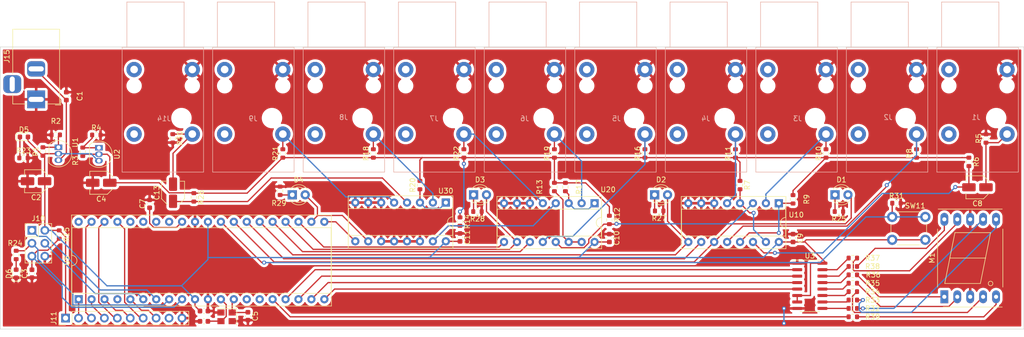
<source format=kicad_pcb>
(kicad_pcb (version 20211014) (generator pcbnew)
  (layers (0 "F.Cu" signal) (31 "B.Cu" signal) (34 "B.Paste" user) (35 "F.Paste" user) (36 "B.SilkS" user "B.Silkscreen") (37 "F.SilkS" user "F.Silkscreen") (38 "B.Mask" user) (39 "F.Mask" user) (44 "Edge.Cuts" user))
  (net 0 "")
  (net 1 "Net-(C1-Pad1)")
  (net 2 "GND")
  (net 3 "VCC")
  (net 4 "/Vr")
  (net 5 "Net-(C5-Pad1)")
  (net 6 "Net-(C6-Pad1)")
  (net 7 "Net-(C8-Pad1)")
  (net 8 "Net-(C8-Pad2)")
  (net 9 "Net-(C13-Pad1)")
  (net 10 "Net-(C13-Pad2)")
  (net 11 "/S11")
  (net 12 "/S13")
  (net 13 "/S22")
  (net 14 "/S33")
  (net 15 "Net-(R1-Pad2)")
  (net 16 "Net-(R3-Pad2)")
  (net 17 "Net-(R7-Pad2)")
  (net 18 "Net-(J2-PadT)")
  (net 19 "Net-(R9-Pad1)")
  (net 20 "Net-(J3-PadT)")
  (net 21 "Net-(J4-PadT)")
  (net 22 "Net-(R12-Pad2)")
  (net 23 "Net-(R13-Pad2)")
  (net 24 "Net-(J5-PadT)")
  (net 25 "Net-(R17-Pad1)")
  (net 26 "Net-(J8-PadT)")
  (net 27 "Net-(J6-PadT)")
  (net 28 "Net-(J9-PadT)")
  (net 29 "Net-(J7-PadT)")
  (net 30 "/RST")
  (net 31 "Net-(C7-Pad1)")
  (net 32 "Net-(D5-Pad1)")
  (net 33 "Net-(D6-Pad2)")
  (net 34 "/S32")
  (net 35 "/LA")
  (net 36 "/LB")
  (net 37 "Net-(M1-Pad7)")
  (net 38 "Net-(M1-Pad6)")
  (net 39 "Net-(M1-Pad4)")
  (net 40 "Net-(M1-Pad2)")
  (net 41 "Net-(M1-Pad1)")
  (net 42 "Net-(M1-Pad9)")
  (net 43 "Net-(M1-Pad10)")
  (net 44 "Net-(M1-Pad5)")
  (net 45 "/LC")
  (net 46 "/MISO")
  (net 47 "/SCK")
  (net 48 "/S23")
  (net 49 "/S21")
  (net 50 "/S12")
  (net 51 "/MOSI")
  (net 52 "Net-(R32-Pad1)")
  (net 53 "Net-(R33-Pad1)")
  (net 54 "Net-(R34-Pad1)")
  (net 55 "Net-(R35-Pad1)")
  (net 56 "Net-(R36-Pad1)")
  (net 57 "Net-(R37-Pad1)")
  (net 58 "Net-(R38-Pad1)")
  (net 59 "/DDP")
  (net 60 "/DC")
  (net 61 "/DB")
  (net 62 "/DD")
  (net 63 "/DA")
  (net 64 "/FSw1")
  (net 65 "/FSw2")
  (net 66 "/FSw3")
  (net 67 "/FSw4")
  (net 68 "Net-(D1-Pad1)")
  (net 69 "Net-(D2-Pad1)")
  (net 70 "Net-(D3-Pad1)")
  (net 71 "Net-(D4-Pad1)")
  (net 78 "/SWEdit")
  (net 80 "Net-(R14-Pad2)")
  (net 81 "Net-(R20-Pad1)")
  (footprint "Resistor_SMD:R_0603_1608Metric" (layer "F.Cu") (at 113.284 61.277 -90)
    (fp_text reference "R14")
    (fp_text value "1M")
  )
  (footprint "Resistor_SMD:R_0603_1608Metric" (layer "F.Cu") (at 216.5858 44.9326 90)
    (fp_text reference "R5")
    (fp_text value "1M")
  )
  (footprint "Resistor_SMD:R_0603_1608Metric" (layer "F.Cu") (at 190.437 76.708)
    (fp_text reference "R33")
    (fp_text value "470")
  )
  (footprint "Capacitor_SMD:C_Elec_4x5.4" (layer "F.Cu") (at 30.0228 53.34 180)
    (fp_text reference "C2")
    (fp_text value "1uF")
  )
  (footprint "Button_Switch_THT:SW_PUSH_6mm" (layer "F.Cu") (at 198.172 60.361)
    (fp_text reference "SW11")
    (fp_text value "Edit")
  )
  (footprint "Resistor_SMD:R_0603_1608Metric" (layer "F.Cu") (at 31.369 47.498 90)
    (fp_text reference "R1")
    (fp_text value "330")
  )
  (footprint "Resistor_SMD:R_0603_1608Metric" (layer "F.Cu") (at 133.985 54.483 90)
    (fp_text reference "R17")
    (fp_text value "1M")
  )
  (footprint "Package_DIP:DIP-16_W7.62mm_Socket" (layer "F.Cu") (at 175.905 57.668 -90)
    (fp_text reference "U10")
    (fp_text value "CD4053B")
  )
  (footprint "Resistor_SMD:R_0603_1608Metric" (layer "F.Cu") (at 27.559 48.768)
    (fp_text reference "R23")
    (fp_text value "470")
  )
  (footprint "Resistor_SMD:R_0603_1608Metric" (layer "F.Cu") (at 190.437 80.01)
    (fp_text reference "R39")
    (fp_text value "470")
  )
  (footprint "Package_DIP:DIP-16_W7.62mm_Socket" (layer "F.Cu") (at 110.5 57.541 -90)
    (fp_text reference "U30")
    (fp_text value "CD4053B")
  )
  (footprint "Capacitor_SMD:C_0603_1608Metric" (layer "F.Cu") (at 62.992 80.899 180)
    (fp_text reference "C6" hide)
    (fp_text value "12pF")
  )
  (footprint "Resistor_SMD:R_0603_1608Metric" (layer "F.Cu") (at 190.437 75.057)
    (fp_text reference "R34")
    (fp_text value "470")
  )
  (footprint "Resistor_SMD:R_0603_1608Metric" (layer "F.Cu") (at 213.233 49.53 -90)
    (fp_text reference "R6")
    (fp_text value "1M")
  )
  (footprint "Resistor_SMD:R_0603_1608Metric" (layer "F.Cu") (at 190.437 68.453)
    (fp_text reference "R37")
    (fp_text value "470")
  )
  (footprint "Capacitor_SMD:C_0603_1608Metric" (layer "F.Cu") (at 142.621 64.516 -90)
    (fp_text reference "C10")
    (fp_text value "100nF")
  )
  (footprint "LED_THT:LED_D3.0mm" (layer "F.Cu") (at 80.3402 56.007)
    (fp_text reference "D4")
    (fp_text value "Fx4")
  )
  (footprint "Resistor_SMD:R_0603_1608Metric" (layer "F.Cu") (at 190.437 71.755)
    (fp_text reference "R36")
    (fp_text value "470")
  )
  (footprint "Resistor_SMD:R_0603_1608Metric" (layer "F.Cu") (at 96.266 47.879 90)
    (fp_text reference "R18")
    (fp_text value "1M")
  )
  (footprint "Resistor_SMD:R_0603_1608Metric" (layer "F.Cu") (at 39.1922 47.5488 90)
    (fp_text reference "R3")
    (fp_text value "470")
  )
  (footprint "Capacitor_SMD:C_0603_1608Metric" (layer "F.Cu") (at 71.628 79.883 -90)
    (fp_text reference "C5")
    (fp_text value "12pF")
  )
  (footprint "Capacitor_SMD:C_0603_1608Metric" (layer "F.Cu") (at 113.284 64.389 -90)
    (fp_text reference "C11")
    (fp_text value "100nF")
  )
  (footprint "Capacitor_SMD:C_0603_1608Metric" (layer "F.Cu") (at 52.324 57.785 90)
    (fp_text reference "C7")
    (fp_text value "100nF")
  )
  (footprint "LED_THT:LED_D3.0mm" (layer "F.Cu") (at 186.939 56.007)
    (fp_text reference "D1")
    (fp_text value "Fx1")
  )
  (footprint "Resistor_SMD:R_0603_1608Metric" (layer "F.Cu") (at 199.009 57.658)
    (fp_text reference "R31")
    (fp_text value "10k")
  )
  (footprint "Connector_BarrelJack:BarrelJack_Horizontal" (layer "F.Cu") (at 30.0405 37.242 -90)
    (fp_text reference "J15")
    (fp_text value "Jack-DC")
  )
  (footprint "Package_DIP:DIP-40_W15.24mm_Socket" (layer "F.Cu") (at 38.3794 76.5556 90)
    (fp_text reference "U5")
    (fp_text value "ATmega8535-16P")
  )
  (footprint "Resistor_SMD:R_0603_1608Metric" (layer "F.Cu") (at 61.0108 56.515 -90)
    (fp_text reference "R26")
    (fp_text value "1M")
  )
  (footprint "Resistor_SMD:R_0603_1608Metric" (layer "F.Cu") (at 149.606 47.879 90)
    (fp_text reference "R16")
    (fp_text value "1M")
  )
  (footprint "Resistor_SMD:R_0603_1608Metric" (layer "F.Cu") (at 190.437 70.104)
    (fp_text reference "R38")
    (fp_text value "470")
  )
  (footprint "Resistor_SMD:R_0603_1608Metric" (layer "F.Cu") (at 34.5694 63.8302 -90)
    (fp_text reference "R15")
    (fp_text value "10k")
  )
  (footprint "Display_7Segment:7SegmentLED_LTS6760_LTS6780" (layer "F.Cu") (at 208.407 76.073 90)
    (fp_text reference "M1")
    (fp_text value "7-SEGMENT-1DIGIT-1INCH-BLUE")
  )
  (footprint "Resistor_SMD:R_0603_1608Metric" (layer "F.Cu") (at 77.9526 55.2196 -90)
    (fp_text reference "R29")
    (fp_text value "470")
  )
  (footprint "Resistor_SMD:R_0603_1608Metric" (layer "F.Cu") (at 78.486 47.879 90)
    (fp_text reference "R21")
    (fp_text value "1M")
  )
  (footprint "Resistor_SMD:R_0603_1608Metric" (layer "F.Cu") (at 187.706 59.309 180)
    (fp_text reference "R25")
    (fp_text value "470")
  )
  (footprint "Crystal:Crystal_SMD_3225-4Pin_3.2x2.5mm" (layer "F.Cu") (at 67.437 80.01 180)
    (fp_text reference "Y1" hide)
    (fp_text value "16MHz")
  )
  (footprint "LED_SMD:LED_0603_1608Metric" (layer "F.Cu") (at 27.6352 44.6278)
    (fp_text reference "D5")
    (fp_text value "LED")
  )
  (footprint "LED_THT:LED_D3.0mm" (layer "F.Cu") (at 151.506 56.007)
    (fp_text reference "D2")
    (fp_text value "Fx2")
  )
  (footprint "Connector_PinHeader_2.54mm:PinHeader_1x10_P2.54mm_Vertical" (layer "F.Cu") (at 35.819 80.264 90)
    (fp_text reference "J11")
    (fp_text value "Conn_Ctrl")
  )
  (footprint "Resistor_SMD:R_0603_1608Metric" (layer "F.Cu") (at 105.41 54.102 90)
    (fp_text reference "R20")
    (fp_text value "1M")
  )
  (footprint "Resistor_SMD:R_0603_1608Metric" (layer "F.Cu") (at 142.621 60.96 -90)
    (fp_text reference "R12")
    (fp_text value "1M")
  )
  (footprint "Capacitor_SMD:C_Elec_4x5.4" (layer "F.Cu") (at 56.9214 55.6006 90)
    (fp_text reference "C13")
    (fp_text value "2.2uF")
  )
  (footprint "Capacitor_SMD:C_Elec_4x5.4" (layer "F.Cu") (at 42.8244 53.6448 180)
    (fp_text reference "C4")
    (fp_text value "1uF")
  )
  (footprint "Resistor_SMD:R_0603_1608Metric" (layer "F.Cu") (at 131.826 54.483 -90)
    (fp_text reference "R13")
    (fp_text value "1M")
  )
  (footprint "Resistor_SMD:R_0603_1608Metric" (layer "F.Cu") (at 168.275 54.102 -90)
    (fp_text reference "R7")
    (fp_text value "1M")
  )
  (footprint "Capacitor_SMD:C_0603_1608Metric" (layer "F.Cu") (at 62.992 78.867)
    (fp_text reference "C12" hide)
    (fp_text value "100nF")
  )
  (footprint "Resistor_SMD:R_0603_1608Metric" (layer "F.Cu") (at 114.046 47.879 90)
    (fp_text reference "R22")
    (fp_text value "1M")
  )
  (footprint "Resistor_SMD:R_0603_1608Metric" (layer "F.Cu") (at 167.386 47.879 90)
    (fp_text reference "R11")
    (fp_text value "1M")
  )
  (footprint "Resistor_SMD:R_0603_1608Metric" (layer "F.Cu") (at 202.946 47.879 90)
    (fp_text reference "R8")
    (fp_text value "1M")
  )
  (footprint "LED_THT:LED_D3.0mm" (layer "F.Cu") (at 115.946 56.007)
    (fp_text reference "D3")
    (fp_text value "Fx3")
  )
  (footprint "LED_SMD:LED_0603_1608Metric" (layer "F.Cu") (at 26.1112 71.5264 90)
    (fp_text reference "D6")
    (fp_text value "LED")
  )
  (footprint "Connector_PinHeader_2.54mm:PinHeader_2x03_P2.54mm_Vertical" (layer "F.Cu") (at 29.205 63.007)
    (fp_text reference "J10")
    (fp_text value "AVR-ISP-6")
  )
  (footprint "Resistor_SMD:R_0603_1608Metric" (layer "F.Cu") (at 33.8836 44.2214 180)
    (fp_text reference "R2")
    (fp_text value "1k")
  )
  (footprint "Capacitor_SMD:C_0603_1608Metric" (layer "F.Cu") (at 29.21 71.5264 90)
    (fp_text reference "C3")
    (fp_text value "10nF")
  )
  (footprint "Resistor_SMD:R_0603_1608Metric" (layer "F.Cu") (at 152.4 59.182 180)
    (fp_text reference "R27")
    (fp_text value "470")
  )
  (footprint "Resistor_SMD:R_0603_1608Metric" (layer "F.Cu") (at 116.713 59.309 180)
    (fp_text reference "R28")
    (fp_text value "470")
  )
  (footprint "Package_DIP:DIP-16_W7.62mm_Socket" (layer "F.Cu") (at 139.71 57.668 -90)
    (fp_text reference "U20")
    (fp_text value "CD4053B")
  )
  (footprint "Resistor_SMD:R_0603_1608Metric" (layer "F.Cu") (at 26.1112 67.8434 -90)
    (fp_text reference "R24")
    (fp_text value "470")
  )
  (footprint "Package_SO:SOIC-16_3.9x9.9mm_P1.27mm" (layer "F.Cu") (at 181.991 73.914)
    (fp_text reference "U3")
    (fp_text value "4543")
  )
  (footprint "Resistor_SMD:R_0603_1608Metric" (layer "F.Cu") (at 56.8706 44.9072 -90)
    (fp_text reference "R30")
    (fp_text value "1M")
  )
  (footprint "Capacitor_SMD:C_0603_1608Metric" (layer "F.Cu") (at 178.689 64.516 -90)
    (fp_text reference "C9")
    (fp_text value "100nF")
  )
  (footprint "Capacitor_SMD:C_0603_1608Metric" (layer "F.Cu") (at 35.9664 36.6014 90)
    (fp_text reference "C1")
    (fp_text value "100nF")
  )
  (footprint "Resistor_SMD:R_0603_1608Metric" (layer "F.Cu") (at 41.8592 44.2468)
    (fp_text reference "R4")
    (fp_text value "470")
  )
  (footprint "Package_TO_SOT_THT:TO-92_Inline" (layer "F.Cu") (at 34.4126 46.6598 -90)
    (fp_text reference "U1")
    (fp_text value "LM317L_TO92")
  )
  (footprint "Resistor_SMD:R_0603_1608Metric" (layer "F.Cu") (at 178.689 56.896 90)
    (fp_text reference "R9")
    (fp_text value "1M")
  )
  (footprint "Resistor_SMD:R_0603_1608Metric" (layer "F.Cu") (at 185.166 47.879 90)
    (fp_text reference "R10")
    (fp_text value "1M")
  )
  (footprint "Resistor_SMD:R_0603_1608Metric" (layer "F.Cu") (at 131.826 47.879 90)
    (fp_text reference "R19")
    (fp_text value "1M")
  )
  (footprint "Capacitor_SMD:C_Elec_4x5.4" (layer "F.Cu") (at 214.9094 54.5338 180)
    (fp_text reference "C8")
    (fp_text value "2.2uF")
  )
  (footprint "Resistor_SMD:R_0603_1608Metric" (layer "F.Cu") (at 190.437 78.359)
    (fp_text reference "R32")
    (fp_text value "470")
  )
  (footprint "Resistor_SMD:R_0603_1608Metric" (layer "F.Cu") (at 190.437 73.406)
    (fp_text reference "R35")
    (fp_text value "470")
  )
  (footprint "Package_TO_SOT_THT:TO-92_Inline" (layer "F.Cu") (at 42.3628 46.7614 -90)
    (fp_text reference "U2")
    (fp_text value "LM317L_TO92")
  )
  (footprint "BDMLibrary:Jack_6.35mm_Neutrik_NRJ4HF_Horizontal" (layer "B.Cu") (at 220.726 44.069 90)
    (fp_text reference "J1")
    (fp_text value "In")
  )
  (footprint "BDMLibrary:Jack_6.35mm_Neutrik_NRJ4HF_Horizontal" (layer "B.Cu") (at 78.486 44.069 90)
    (fp_text reference "J9")
    (fp_text value "Return4")
  )
  (footprint "BDMLibrary:Jack_6.35mm_Neutrik_NRJ4HF_Horizontal" (layer "B.Cu") (at 185.166 44.069 90)
    (fp_text reference "J3")
    (fp_text value "Return1")
  )
  (footprint "BDMLibrary:Jack_6.35mm_Neutrik_NRJ4HF_Horizontal" (layer "B.Cu") (at 131.826 44.069 90)
    (fp_text reference "J6")
    (fp_text value "Send3")
  )
  (footprint "BDMLibrary:Jack_6.35mm_Neutrik_NRJ4HF_Horizontal" (layer "B.Cu") (at 167.386 44.069 90)
    (fp_text reference "J4")
    (fp_text value "Send2")
  )
  (footprint "BDMLibrary:Jack_6.35mm_Neutrik_NRJ4HF_Horizontal" (layer "B.Cu") (at 149.606 44.069 90)
    (fp_text reference "J5")
    (fp_text value "Return2")
  )
  (footprint "BDMLibrary:Jack_6.35mm_Neutrik_NRJ4HF_Horizontal" (layer "B.Cu") (at 96.266 44.069 90)
    (fp_text reference "J8")
    (fp_text value "Send4")
  )
  (footprint "BDMLibrary:Jack_6.35mm_Neutrik_NRJ4HF_Horizontal" (layer "B.Cu") (at 60.706 44.069 90)
    (fp_text reference "J14")
    (fp_text value "Out")
  )
  (footprint "BDMLibrary:Jack_6.35mm_Neutrik_NRJ4HF_Horizontal" (layer "B.Cu") (at 114.046 44.069 90)
    (fp_text reference "J7")
    (fp_text value "Return3")
  )
  (footprint "BDMLibrary:Jack_6.35mm_Neutrik_NRJ4HF_Horizontal" (layer "B.Cu") (at 202.946 44.069 90)
    (fp_text reference "J2")
    (fp_text value "Send1")
  )
  (gr_rect (start 224.028 82.423) (end 22.987 26.924) (layer "Edge.Cuts") (width 0.1) (fill none))
  (segment (start 35.9664 47.803082) (end 35.9664 37.3764) (width 0.25) (layer "F.Cu") (net 1))
  (segment (start 34.569682 49.1998) (end 35.9664 47.803082) (width 0.25) (layer "F.Cu") (net 1))
  (segment (start 30.0482 31.4582) (end 35.9664 37.3764) (width 0.25) (layer "F.Cu") (net 1))
  (segment (start 34.4126 49.1998) (end 34.569682 49.1998) (width 0.25) (layer "F.Cu") (net 1))
  (via (at 176.911 81.28) (size 0.8) (drill 0.4) (layers "F.Cu" "B.Cu") (net 2))
  (via (at 176.911 78.359) (size 0.8) (drill 0.4) (layers "F.Cu" "B.Cu") (net 2))
  (segment (start 176.911 78.359) (end 176.911 81.28) (width 0.25) (layer "B.Cu") (net 2))
  (segment (start 31.6978 53.34) (end 31.745 53.3872) (width 0.25) (layer "F.Cu") (net 3))
  (segment (start 31.369 48.323) (end 28.4227 45.3767) (width 0.25) (layer "F.Cu") (net 3))
  (segment (start 182.118 69.469) (end 182.118 75.819) (width 0.25) (layer "F.Cu") (net 3))
  (segment (start 31.6978 48.6518) (end 31.369 48.323) (width 0.25) (layer "F.Cu") (net 3))
  (segment (start 35.819 80.264) (end 35.819 64.2548) (width 0.25) (layer "F.Cu") (net 3))
  (segment (start 28.4227 45.3767) (end 28.4227 44.6278) (width 0.25) (layer "F.Cu") (net 3))
  (segment (start 198.172 64.861) (end 181.291 64.861) (width 0.25) (layer "F.Cu") (net 3))
  (segment (start 181.291 64.861) (end 180.861 65.291) (width 0.25) (layer "F.Cu") (net 3))
  (segment (start 61.2394 77.8894) (end 62.217 78.867) (width 0.25) (layer "F.Cu") (net 3))
  (segment (start 178.686 65.288) (end 175.905 65.288) (width 0.25) (layer "F.Cu") (net 3))
  (segment (start 113.281 65.161) (end 110.5 65.161) (width 0.25) (layer "F.Cu") (net 3))
  (segment (start 185.241 69.469) (end 182.118 69.469) (width 0.25) (layer "F.Cu") (net 3))
  (segment (start 34.5676 63.007) (end 34.5694 63.0052) (width 0.25) (layer "F.Cu") (net 3))
  (segment (start 31.7622 47.9298) (end 34.4126 47.9298) (width 0.25) (layer "F.Cu") (net 3))
  (segment (start 180.861 65.291) (end 181.063 65.291) (width 0.25) (layer "F.Cu") (net 3))
  (segment (start 31.745 53.3872) (end 31.745 63.007) (width 0.25) (layer "F.Cu") (net 3))
  (segment (start 181.063 65.291) (end 185.241 69.469) (width 0.25) (layer "F.Cu") (net 3))
  (segment (start 31.6978 53.34) (end 31.6978 48.6518) (width 0.25) (layer "F.Cu") (net 3))
  (segment (start 198.172 64.861) (end 204.672 64.861) (width 0.25) (layer "F.Cu") (net 3))
  (segment (start 31.369 48.323) (end 31.7622 47.9298) (width 0.25) (layer "F.Cu") (net 3))
  (segment (start 61.2394 76.5556) (end 61.2394 77.8894) (width 0.25) (layer "F.Cu") (net 3))
  (segment (start 182.118 75.819) (end 179.516 75.819) (width 0.25) (layer "F.Cu") (net 3))
  (segment (start 178.689 65.291) (end 178.686 65.288) (width 0.25) (layer "F.Cu") (net 3))
  (segment (start 31.745 63.007) (end 34.5676 63.007) (width 0.25) (layer "F.Cu") (net 3))
  (segment (start 35.819 64.2548) (end 34.5694 63.0052) (width 0.25) (layer "F.Cu") (net 3))
  (segment (start 142.618 65.288) (end 142.621 65.291) (width 0.25) (layer "F.Cu") (net 3))
  (segment (start 178.689 65.291) (end 180.861 65.291) (width 0.25) (layer "F.Cu") (net 3))
  (segment (start 139.71 65.288) (end 142.618 65.288) (width 0.25) (layer "F.Cu") (net 3))
  (segment (start 113.284 65.164) (end 113.281 65.161) (width 0.25) (layer "F.Cu") (net 3))
  (segment (start 179.516 77.089) (end 179.516 75.819) (width 0.25) (layer "F.Cu") (net 3))
  (segment (start 139.71 65.288) (end 136.6466 68.3514) (width 0.25) (layer "B.Cu") (net 3))
  (segment (start 107.3096 68.3514) (end 107.1626 68.3514) (width 0.25) (layer "B.Cu") (net 3))
  (segment (start 34.4126 47.9298) (end 40.834118 47.9298) (width 0.25) (layer "B.Cu") (net 3))
  (segment (start 42.205718 49.3014) (end 42.3628 49.3014) (width 0.25) (layer "B.Cu") (net 3))
  (segment (start 63.7794 61.3156) (end 63.7794 68.3514) (width 0.25) (layer "B.Cu") (net 3))
  (segment (start 136.6466 68.3514) (end 136.3726 68.3514) (width 0.25) (layer "B.Cu") (net 3))
  (segment (start 107.1626 68.3514) (end 63.7794 68.3514) (width 0.25) (layer "B.Cu") (net 3))
  (segment (start 63.7794 68.3514) (end 63.7794 68.7324) (width 0.25) (layer "B.Cu") (net 3))
  (segment (start 58.5978 73.914) (end 61.2394 76.5556) (width 0.25) (layer "B.Cu") (net 3))
  (segment (start 31.745 63.007) (end 33.035 63.007) (width 0.25) (layer "B.Cu") (net 3))
  (segment (start 63.7794 68.7324) (end 58.5978 73.914) (width 0.25) (layer "B.Cu") (net 3))
  (segment (start 33.035 63.007) (end 43.942 73.914) (width 0.25) (layer "B.Cu") (net 3))
  (segment (start 175.905 65.288) (end 172.8416 68.3514) (width 0.25) (layer "B.Cu") (net 3))
  (segment (start 172.8416 68.3514) (end 136.3726 68.3514) (width 0.25) (layer "B.Cu") (net 3))
  (segment (start 43.942 73.914) (end 58.5978 73.914) (width 0.25) (layer "B.Cu") (net 3))
  (segment (start 110.5 65.161) (end 107.3096 68.3514) (width 0.25) (layer "B.Cu") (net 3))
  (segment (start 136.3726 68.3514) (end 107.1626 68.3514) (width 0.25) (layer "B.Cu") (net 3))
  (segment (start 40.834118 47.9298) (end 42.205718 49.3014) (width 0.25) (layer "B.Cu") (net 3))
  (segment (start 39.1922 48.3738) (end 39.5346 48.0314) (width 0.25) (layer "F.Cu") (net 4))
  (segment (start 142.621 58.329) (end 142.621 60.135) (width 0.25) (layer "F.Cu") (net 4))
  (segment (start 168.275 53.277) (end 168.275 49.593) (width 0.25) (layer "F.Cu") (net 4))
  (segment (start 168.275 49.593) (end 167.386 48.704) (width 0.25) (layer "F.Cu") (net 4))
  (segment (start 137.95 53.658) (end 142.621 58.329) (width 0.25) (layer "F.Cu") (net 4))
  (segment (start 105.41 49.149) (end 105.855 48.704) (width 0.25) (layer "F.Cu") (net 4))
  (segment (start 133.985 53.658) (end 137.95 53.658) (width 0.25) (layer "F.Cu") (net 4))
  (segment (start 44.4994 48.538) (end 44.4994 53.6448) (width 0.25) (layer "F.Cu") (net 4))
  (segment (start 71.4746 55.69) (end 78.486 48.6786) (width 0.25) (layer "F.Cu") (net 4))
  (segment (start 54.202427 53.6448) (end 56.183227 55.6256) (width 0.25) (layer "F.Cu") (net 4))
  (segment (start 178.689 55.181) (end 185.166 48.704) (width 0.25) (layer "F.Cu") (net 4))
  (segment (start 105.41 53.277) (end 105.41 49.149) (width 0.25) (layer "F.Cu") (net 4))
  (segment (start 211.9142 48.705) (end 211.9132 48.704) (width 0.25) (layer "F.Cu") (net 4))
  (segment (start 113.284 60.452) (end 113.284 59.309) (width 0.25) (layer "F.Cu") (net 4))
  (segment (start 43.9928 48.0314) (end 44.4994 48.538) (width 0.25) (layer "F.Cu") (net 4))
  (segment (start 61.0108 55.69) (end 71.4746 55.69) (width 0.25) (layer "F.Cu") (net 4))
  (segment (start 60.9464 55.6256) (end 61.0108 55.69) (width 0.25) (layer "F.Cu") (net 4))
  (segment (start 178.689 56.071) (end 178.689 55.181) (width 0.25) (layer "F.Cu") (net 4))
  (segment (start 105.855 48.704) (end 211.9132 48.704) (width 0.25) (layer "F.Cu") (net 4))
  (segment (start 56.183227 55.6256) (end 60.9464 55.6256) (width 0.25) (layer "F.Cu") (net 4))
  (segment (start 44.4994 53.6448) (end 54.202427 53.6448) (width 0.25) (layer "F.Cu") (net 4))
  (segment (start 131.826 53.658) (end 133.985 53.658) (width 0.25) (layer "F.Cu") (net 4))
  (segment (start 131.826 48.704) (end 131.826 53.658) (width 0.25) (layer "F.Cu") (net 4))
  (segment (start 78.486 48.704) (end 105.855 48.704) (width 0.25) (layer "F.Cu") (net 4))
  (segment (start 42.3628 48.0314) (end 43.9928 48.0314) (width 0.25) (layer "F.Cu") (net 4))
  (segment (start 213.233 48.705) (end 211.9142 48.705) (width 0.25) (layer "F.Cu") (net 4))
  (segment (start 39.5346 48.0314) (end 42.3628 48.0314) (width 0.25) (layer "F.Cu") (net 4))
  (segment (start 114.046 49.911) (end 114.046 48.704) (width 0.25) (layer "F.Cu") (net 4))
  (via (at 114.046 49.911) (size 0.8) (drill 0.4) (layers "F.Cu" "B.Cu") (net 4))
  (via (at 113.284 59.309) (size 0.8) (drill 0.4) (layers "F.Cu" "B.Cu") (net 4))
  (segment (start 114.046 58.547) (end 113.284 59.309) (width 0.25) (layer "B.Cu") (net 4))
  (segment (start 114.046 49.911) (end 114.046 58.547) (width 0.25) (layer "B.Cu") (net 4))
  (segment (start 71.576 79.16) (end 68.537 79.16) (width 0.25) (layer "F.Cu") (net 5))
  (segment (start 71.628 79.108) (end 71.576 79.16) (width 0.25) (layer "F.Cu") (net 5))
  (segment (start 68.537 79.16) (end 68.537 76.878) (width 0.25) (layer "F.Cu") (net 5))
  (segment (start 68.537 76.878) (end 68.8594 76.5556) (width 0.25) (layer "F.Cu") (net 5))
  (segment (start 67.362 79.935) (end 67.362 77.5982) (width 0.25) (layer "F.Cu") (net 6))
  (segment (start 67.362 77.5982) (end 66.3194 76.5556) (width 0.25) (layer "F.Cu") (net 6))
  (segment (start 63.767 80.899) (end 63.806 80.86) (width 0.25) (layer "F.Cu") (net 6))
  (segment (start 66.337 80.86) (end 66.437 80.86) (width 0.25) (layer "F.Cu") (net 6))
  (segment (start 63.806 80.86) (end 66.337 80.86) (width 0.25) (layer "F.Cu") (net 6))
  (segment (start 66.437 80.86) (end 67.362 79.935) (width 0.25) (layer "F.Cu") (net 6))
  (segment (start 216.5844 45.759) (end 216.5858 45.7576) (width 0.25) (layer "F.Cu") (net 7))
  (segment (start 219.0374 45.7576) (end 220.726 44.069) (width 0.25) (layer "F.Cu") (net 7))
  (segment (start 216.5844 54.5338) (end 216.5844 45.759) (width 0.25) (layer "F.Cu") (net 7))
  (segment (start 216.5858 45.7576) (end 219.0374 45.7576) (width 0.25) (layer "F.Cu") (net 7))
  (segment (start 213.233 54.5324) (end 213.2344 54.5338) (width 0.25) (layer "F.Cu") (net 8))
  (segment (start 175.133 67.437) (end 172.974 67.437) (width 0.25) (layer "F.Cu") (net 8))
  (segment (start 213.233 50.355) (end 213.233 54.5324) (width 0.25) (layer "F.Cu") (net 8))
  (segment (start 172.974 67.437) (end 170.825 65.288) (width 0.25) (layer "F.Cu") (net 8))
  (segment (start 213.1836 54.483) (end 213.2344 54.5338) (width 0.25) (layer "F.Cu") (net 8))
  (segment (start 210.566 54.483) (end 213.1836 54.483) (width 0.25) (layer "F.Cu") (net 8))
  (via (at 210.566 54.483) (size 0.8) (drill 0.4) (layers "F.Cu" "B.Cu") (net 8))
  (via (at 175.133 67.437) (size 0.8) (drill 0.4) (layers "F.Cu" "B.Cu") (net 8))
  (segment (start 184.531 67.437) (end 196.215 55.753) (width 0.25) (layer "B.Cu") (net 8))
  (segment (start 196.215 55.753) (end 209.296 55.753) (width 0.25) (layer "B.Cu") (net 8))
  (segment (start 209.296 55.753) (end 210.566 54.483) (width 0.25) (layer "B.Cu") (net 8))
  (segment (start 175.133 67.437) (end 184.531 67.437) (width 0.25) (layer "B.Cu") (net 8))
  (segment (start 71.565 57.34) (end 76.2 52.705) (width 0.25) (layer "F.Cu") (net 9))
  (segment (start 61.0108 57.34) (end 56.9858 57.34) (width 0.25) (layer "F.Cu") (net 9))
  (segment (start 98.044 52.705) (end 102.88 57.541) (width 0.25) (layer "F.Cu") (net 9))
  (segment (start 61.0108 57.34) (end 71.565 57.34) (width 0.25) (layer "F.Cu") (net 9))
  (segment (start 76.2 52.705) (end 98.044 52.705) (width 0.25) (layer "F.Cu") (net 9))
  (segment (start 56.9858 57.34) (end 56.9214 57.2756) (width 0.25) (layer "F.Cu") (net 9))
  (segment (start 56.9214 47.8536) (end 60.706 44.069) (width 0.25) (layer "F.Cu") (net 10))
  (segment (start 60.706 44.069) (end 56.8838 44.069) (width 0.25) (layer "F.Cu") (net 10))
  (segment (start 56.8838 44.069) (end 56.8706 44.0822) (width 0.25) (layer "F.Cu") (net 10))
  (segment (start 56.9214 53.9256) (end 56.9214 47.8536) (width 0.25) (layer "F.Cu") (net 10))
  (segment (start 68.8594 61.3156) (end 76.7588 69.215) (width 0.25) (layer "F.Cu") (net 11))
  (segment (start 159.278 69.215) (end 163.205 65.288) (width 0.25) (layer "F.Cu") (net 11))
  (segment (start 166.771 61.722) (end 188.976 61.722) (width 0.25) (layer "F.Cu") (net 11))
  (segment (start 190.119 56.647) (end 189.479 56.007) (width 0.25) (layer "F.Cu") (net 11))
  (segment (start 190.119 60.579) (end 190.119 56.647) (width 0.25) (layer "F.Cu") (net 11))
  (segment (start 188.976 61.722) (end 190.119 60.579) (width 0.25) (layer "F.Cu") (net 11))
  (segment (start 76.7588 69.215) (end 159.278 69.215) (width 0.25) (layer "F.Cu") (net 11))
  (segment (start 163.205 65.288) (end 166.771 61.722) (width 0.25) (layer "F.Cu") (net 11))
  (segment (start 80.4418 67.818) (end 155.595 67.818) (width 0.25) (layer "F.Cu") (net 12))
  (segment (start 154.046 61.209) (end 158.125 65.288) (width 0.25) (layer "F.Cu") (net 12))
  (segment (start 155.595 67.818) (end 158.125 65.288) (width 0.25) (layer "F.Cu") (net 12))
  (segment (start 154.046 56.007) (end 154.046 61.209) (width 0.25) (layer "F.Cu") (net 12))
  (segment (start 73.9394 61.3156) (end 80.4418 67.818) (width 0.25) (layer "F.Cu") (net 12))
  (segment (start 118.486 59.304) (end 124.47 65.288) (width 0.25) (layer "F.Cu") (net 13))
  (segment (start 118.486 56.007) (end 118.486 59.304) (width 0.25) (layer "F.Cu") (net 13))
  (segment (start 123.022 66.736) (end 84.4398 66.736) (width 0.25) (layer "F.Cu") (net 13))
  (segment (start 124.47 65.288) (end 123.022 66.736) (width 0.25) (layer "F.Cu") (net 13))
  (segment (start 84.4398 66.736) (end 79.0194 61.3156) (width 0.25) (layer "F.Cu") (net 13))
  (segment (start 88.8746 61.3156) (end 92.72 65.161) (width 0.25) (layer "F.Cu") (net 14))
  (segment (start 86.6394 61.3156) (end 88.8746 61.3156) (width 0.25) (layer "F.Cu") (net 14))
  (segment (start 34.7086 44.2214) (end 34.4126 44.5174) (width 0.25) (layer "F.Cu") (net 15))
  (segment (start 31.369 46.673) (end 31.3822 46.6598) (width 0.25) (layer "F.Cu") (net 15))
  (segment (start 31.3822 46.6598) (end 34.4126 46.6598) (width 0.25) (layer "F.Cu") (net 15))
  (segment (start 34.4126 44.5174) (end 34.4126 46.6598) (width 0.25) (layer "F.Cu") (net 15))
  (segment (start 41.0342 44.8818) (end 39.1922 46.7238) (width 0.25) (layer "F.Cu") (net 16))
  (segment (start 41.0342 44.2468) (end 41.0342 44.8818) (width 0.25) (layer "F.Cu") (net 16))
  (segment (start 42.3628 46.7614) (end 39.2298 46.7614) (width 0.25) (layer "F.Cu") (net 16))
  (segment (start 39.2298 46.7614) (end 39.1922 46.7238) (width 0.25) (layer "F.Cu") (net 16))
  (segment (start 170.18 59.563) (end 168.285 57.668) (width 0.25) (layer "F.Cu") (net 17))
  (segment (start 168.275 54.927) (end 168.285 54.937) (width 0.25) (layer "F.Cu") (net 17))
  (segment (start 170.942 59.563) (end 170.18 59.563) (width 0.25) (layer "F.Cu") (net 17))
  (segment (start 168.285 54.937) (end 168.285 57.668) (width 0.25) (layer "F.Cu") (net 17))
  (via (at 170.942 59.563) (size 0.8) (drill 0.4) (layers "F.Cu" "B.Cu") (net 17))
  (segment (start 170.942 62.865) (end 173.365 65.288) (width 0.25) (layer "B.Cu") (net 17))
  (segment (start 170.942 59.563) (end 170.942 62.865) (width 0.25) (layer "B.Cu") (net 17))
  (segment (start 165.745 65.288) (end 168.861 62.172) (width 0.25) (layer "F.Cu") (net 18))
  (segment (start 202.946 47.054) (end 202.946 44.069) (width 0.25) (layer "F.Cu") (net 18))
  (segment (start 197.104 54.356) (end 197.104 54.102) (width 0.25) (layer "F.Cu") (net 18))
  (segment (start 189.288 62.172) (end 197.104 54.356) (width 0.25) (layer "F.Cu") (net 18))
  (segment (start 168.861 62.172) (end 189.288 62.172) (width 0.25) (layer "F.Cu") (net 18))
  (via (at 197.104 54.102) (size 0.8) (drill 0.4) (layers "F.Cu" "B.Cu") (net 18))
  (segment (start 202.946 48.26) (end 202.946 44.069) (width 0.25) (layer "B.Cu") (net 18))
  (segment (start 197.104 54.102) (end 202.946 48.26) (width 0.25) (layer "B.Cu") (net 18))
  (segment (start 175.895 63.5) (end 170.073 63.5) (width 0.25) (layer "F.Cu") (net 19))
  (segment (start 178.636 57.668) (end 175.905 57.668) (width 0.25) (layer "F.Cu") (net 19))
  (segment (start 178.689 57.721) (end 178.636 57.668) (width 0.25) (layer "F.Cu") (net 19))
  (segment (start 170.073 63.5) (end 168.285 65.288) (width 0.25) (layer "F.Cu") (net 19))
  (via (at 175.895 63.5) (size 0.8) (drill 0.4) (layers "F.Cu" "B.Cu") (net 19))
  (segment (start 175.895 57.785) (end 175.905 57.775) (width 0.25) (layer "B.Cu") (net 19))
  (segment (start 175.905 57.775) (end 175.905 57.668) (width 0.25) (layer "B.Cu") (net 19))
  (segment (start 175.895 63.5) (end 175.895 57.785) (width 0.25) (layer "B.Cu") (net 19))
  (segment (start 185.166 47.054) (end 185.166 44.069) (width 0.25) (layer "F.Cu") (net 20))
  (segment (start 173.365 55.87) (end 185.166 44.069) (width 0.25) (layer "B.Cu") (net 20))
  (segment (start 173.365 57.668) (end 173.365 55.87) (width 0.25) (layer "B.Cu") (net 20))
  (segment (start 167.386 47.054) (end 167.386 44.069) (width 0.25) (layer "F.Cu") (net 21))
  (segment (start 167.386 56.027) (end 165.745 57.668) (width 0.25) (layer "B.Cu") (net 21))
  (segment (start 167.386 44.069) (end 167.386 56.027) (width 0.25) (layer "B.Cu") (net 21))
  (segment (start 132.09 65.288) (end 133.215 66.413) (width 0.25) (layer "F.Cu") (net 22))
  (segment (start 142.621 61.785) (end 143.955 61.785) (width 0.25) (layer "F.Cu") (net 22))
  (segment (start 143.955 61.785) (end 144.018 61.722) (width 0.25) (layer "F.Cu") (net 22))
  (segment (start 138.585 65.463991) (end 138.585 64.742) (width 0.25) (layer "F.Cu") (net 22))
  (segment (start 133.215 66.413) (end 137.635991 66.413) (width 0.25) (layer "F.Cu") (net 22))
  (segment (start 141.542 61.785) (end 142.621 61.785) (width 0.25) (layer "F.Cu") (net 22))
  (segment (start 137.635991 66.413) (end 138.585 65.463991) (width 0.25) (layer "F.Cu") (net 22))
  (segment (start 138.585 64.742) (end 141.542 61.785) (width 0.25) (layer "F.Cu") (net 22))
  (via (at 144.018 61.722) (size 0.8) (drill 0.4) (layers "F.Cu" "B.Cu") (net 22))
  (segment (start 166.771 61.722) (end 170.825 57.668) (width 0.25) (layer "B.Cu") (net 22))
  (segment (start 144.018 61.722) (end 166.771 61.722) (width 0.25) (layer "B.Cu") (net 22))
  (segment (start 133.505 64.163) (end 134.63 65.288) (width 0.25) (layer "F.Cu") (net 23))
  (segment (start 134.63 65.288) (end 137.17 65.288) (width 0.25) (layer "F.Cu") (net 23))
  (segment (start 133.505 56.987) (end 133.505 64.163) (width 0.25) (layer "F.Cu") (net 23))
  (segment (start 131.826 55.308) (end 133.505 56.987) (width 0.25) (layer "F.Cu") (net 23))
  (segment (start 149.606 47.054) (end 149.606 44.069) (width 0.25) (layer "F.Cu") (net 24))
  (segment (start 135.465 64.163) (end 149.606 50.022) (width 0.25) (layer "B.Cu") (net 24))
  (segment (start 149.606 50.022) (end 149.606 44.069) (width 0.25) (layer "B.Cu") (net 24))
  (segment (start 129.55 65.288) (end 130.675 64.163) (width 0.25) (layer "B.Cu") (net 24))
  (segment (start 130.675 64.163) (end 135.465 64.163) (width 0.25) (layer "B.Cu") (net 24))
  (segment (start 134.63 55.953) (end 134.63 57.668) (width 0.25) (layer "F.Cu") (net 25))
  (segment (start 133.985 55.308) (end 134.63 55.953) (width 0.25) (layer "F.Cu") (net 25))
  (segment (start 139.71 57.668) (end 138.585 58.793) (width 0.25) (layer "B.Cu") (net 25))
  (segment (start 135.755 58.793) (end 134.63 57.668) (width 0.25) (layer "B.Cu") (net 25))
  (segment (start 138.585 58.793) (end 135.755 58.793) (width 0.25) (layer "B.Cu") (net 25))
  (segment (start 96.266 47.054) (end 96.266 44.069) (width 0.25) (layer "F.Cu") (net 26))
  (segment (start 107.96 55.763) (end 107.96 57.541) (width 0.25) (layer "B.Cu") (net 26))
  (segment (start 96.266 44.069) (end 107.96 55.763) (width 0.25) (layer "B.Cu") (net 26))
  (segment (start 131.826 47.054) (end 131.826 44.069) (width 0.25) (layer "F.Cu") (net 27))
  (segment (start 137.17 57.668) (end 137.17 49.413) (width 0.25) (layer "B.Cu") (net 27))
  (segment (start 137.17 49.413) (end 131.826 44.069) (width 0.25) (layer "B.Cu") (net 27))
  (segment (start 78.486 47.0286) (end 78.486 44.069) (width 0.25) (layer "F.Cu") (net 28))
  (segment (start 90.833 56.416) (end 99.215 56.416) (width 0.25) (layer "B.Cu") (net 28))
  (segment (start 78.486 44.069) (end 90.833 56.416) (width 0.25) (layer "B.Cu") (net 28))
  (segment (start 99.215 56.416) (end 100.34 57.541) (width 0.25) (layer "B.Cu") (net 28))
  (segment (start 114.046 47.054) (end 114.046 44.069) (width 0.25) (layer "F.Cu") (net 29))
  (segment (start 115.951 44.069) (end 129.55 57.668) (width 0.25) (layer "B.Cu") (net 29))
  (segment (start 114.046 44.069) (end 115.951 44.069) (width 0.25) (layer "B.Cu") (net 29))
  (segment (start 29.205 70.7464) (end 29.205 68.087) (width 0.25) (layer "F.Cu") (net 30))
  (segment (start 34.5694 64.6552) (end 32.3126 66.912) (width 0.25) (layer "F.Cu") (net 30))
  (segment (start 29.21 70.7514) (end 29.205 70.7464) (width 0.25) (layer "F.Cu") (net 30))
  (segment (start 32.3126 66.912) (end 30.38 66.912) (width 0.25) (layer "F.Cu") (net 30))
  (segment (start 30.38 66.912) (end 29.205 68.087) (width 0.25) (layer "F.Cu") (net 30))
  (segment (start 29.205 68.117588) (end 29.205 68.087) (width 0.25) (layer "B.Cu") (net 30))
  (segment (start 57.1244 78.1306) (end 37.068004 78.1306) (width 0.25) (layer "B.Cu") (net 30))
  (segment (start 37.068004 78.1306) (end 35.1544 76.216996) (width 0.25) (layer "B.Cu") (net 30))
  (segment (start 35.1544 74.066988) (end 29.205 68.117588) (width 0.25) (layer "B.Cu") (net 30))
  (segment (start 35.1544 76.216996) (end 35.1544 74.066988) (width 0.25) (layer "B.Cu") (net 30))
  (segment (start 58.6994 76.5556) (end 57.1244 78.1306) (width 0.25) (layer "B.Cu") (net 30))
  (segment (start 53.153409 62.4406) (end 57.5744 62.4406) (width 0.25) (layer "F.Cu") (net 31))
  (segment (start 52.324 58.56) (end 52.324 61.611192) (width 0.25) (layer "F.Cu") (net 31))
  (segment (start 57.5744 62.4406) (end 58.6994 61.3156) (width 0.25) (layer "F.Cu") (net 31))
  (segment (start 52.442904 61.730096) (end 53.153409 62.4406) (width 0.25) (layer "F.Cu") (net 31))
  (segment (start 52.324 61.611191) (end 52.442904 61.730096) (width 0.25) (layer "F.Cu") (net 31))
  (segment (start 26.8477 44.6278) (end 26.8477 48.6543) (width 0.25) (layer "F.Cu") (net 32))
  (segment (start 26.8477 48.6543) (end 26.734 48.768) (width 0.25) (layer "F.Cu") (net 32))
  (segment (start 26.1112 70.7389) (end 26.1112 68.6684) (width 0.25) (layer "F.Cu") (net 33))
  (segment (start 85.344 60.071) (end 90.17 60.071) (width 0.25) (layer "F.Cu") (net 34))
  (segment (start 90.17 60.071) (end 95.26 65.161) (width 0.25) (layer "F.Cu") (net 34))
  (segment (start 84.0994 61.3156) (end 85.2805 60.1345) (width 0.25) (layer "F.Cu") (net 34))
  (segment (start 85.2805 60.1345) (end 85.344 60.071) (width 0.25) (layer "F.Cu") (net 34))
  (segment (start 82.8802 56.0324) (end 85.2805 58.4327) (width 0.25) (layer "F.Cu") (net 34))
  (segment (start 85.2805 58.4327) (end 85.2805 60.1345) (width 0.25) (layer "F.Cu") (net 34))
  (segment (start 39.7944 62.4406) (end 39.7944 79.1594) (width 0.25) (layer "F.Cu") (net 35))
  (segment (start 40.9194 61.3156) (end 39.7944 62.4406) (width 0.25) (layer "F.Cu") (net 35))
  (segment (start 39.7944 79.1594) (end 40.899 80.264) (width 0.25) (layer "F.Cu") (net 35))
  (segment (start 43.4594 61.3156) (end 42.3344 62.4406) (width 0.25) (layer "F.Cu") (net 36))
  (segment (start 45.466 80.264) (end 45.979 80.264) (width 0.25) (layer "F.Cu") (net 36))
  (segment (start 42.3344 77.1324) (end 45.466 80.264) (width 0.25) (layer "F.Cu") (net 36))
  (segment (start 42.3344 62.4406) (end 42.3344 77.1324) (width 0.25) (layer "F.Cu") (net 36))
  (segment (start 191.262 78.359) (end 192.405 78.359) (width 0.25) (layer "F.Cu") (net 37))
  (via (at 192.405 78.359) (size 0.8) (drill 0.4) (layers "F.Cu" "B.Cu") (net 37))
  (segment (start 198.501 78.359) (end 216.027 60.833) (width 0.25) (layer "B.Cu") (net 37))
  (segment (start 192.405 78.359) (end 198.501 78.359) (width 0.25) (layer "B.Cu") (net 37))
  (segment (start 191.262 76.708) (end 192.405 76.708) (width 0.25) (layer "F.Cu") (net 38))
  (via (at 192.405 76.708) (size 0.8) (drill 0.4) (layers "F.Cu" "B.Cu") (net 38))
  (segment (start 192.141695 79.121) (end 201.93 79.121) (width 0.25) (layer "B.Cu") (net 38))
  (segment (start 192.405 76.708) (end 191.68 77.433) (width 0.25) (layer "B.Cu") (net 38))
  (segment (start 218.567 62.484) (end 218.567 60.833) (width 0.25) (layer "B.Cu") (net 38))
  (segment (start 191.68 78.659305) (end 192.141695 79.121) (width 0.25) (layer "B.Cu") (net 38))
  (segment (start 201.93 79.121) (end 218.567 62.484) (width 0.25) (layer "B.Cu") (net 38))
  (segment (start 191.68 77.433) (end 191.68 78.659305) (width 0.25) (layer "B.Cu") (net 38))
  (segment (start 216.027 76.073) (end 212.941 79.159) (width 0.25) (layer "F.Cu") (net 39))
  (segment (start 190.792 79.159) (end 190.373 78.74) (width 0.25) (layer "F.Cu") (net 39))
  (segment (start 190.373 78.74) (end 190.373 75.946) (width 0.25) (layer "F.Cu") (net 39))
  (segment (start 212.941 79.159) (end 190.792 79.159) (width 0.25) (layer "F.Cu") (net 39))
  (segment (start 190.373 75.946) (end 191.262 75.057) (width 0.25) (layer "F.Cu") (net 39))
  (segment (start 195.834 77.978) (end 209.296 77.978) (width 0.25) (layer "F.Cu") (net 40))
  (segment (start 191.262 73.406) (end 195.834 77.978) (width 0.25) (layer "F.Cu") (net 40))
  (segment (start 210.947 76.327) (end 210.947 76.073) (width 0.25) (layer "F.Cu") (net 40))
  (segment (start 209.296 77.978) (end 210.947 76.327) (width 0.25) (layer "F.Cu") (net 40))
  (segment (start 195.58 76.073) (end 208.407 76.073) (width 0.25) (layer "F.Cu") (net 41))
  (segment (start 191.262 71.755) (end 195.58 76.073) (width 0.25) (layer "F.Cu") (net 41))
  (segment (start 190.537 70.776) (end 190.716 70.955) (width 0.25) (layer "F.Cu") (net 42))
  (segment (start 190.716 70.955) (end 201.587 70.955) (width 0.25) (layer "F.Cu") (net 42))
  (segment (start 190.537 69.178) (end 190.537 70.776) (width 0.25) (layer "F.Cu") (net 42))
  (segment (start 201.587 70.955) (end 210.947 61.595) (width 0.25) (layer "F.Cu") (net 42))
  (segment (start 191.262 68.453) (end 190.537 69.178) (width 0.25) (layer "F.Cu") (net 42))
  (segment (start 210.947 61.595) (end 210.947 60.833) (width 0.25) (layer "F.Cu") (net 42))
  (segment (start 208.407 62.999833) (end 208.407 60.833) (width 0.25) (layer "F.Cu") (net 43))
  (segment (start 204.858833 66.548) (end 208.407 62.999833) (width 0.25) (layer "F.Cu") (net 43))
  (segment (start 194.818 66.548) (end 204.858833 66.548) (width 0.25) (layer "F.Cu") (net 43))
  (segment (start 191.262 70.104) (end 194.818 66.548) (width 0.25) (layer "F.Cu") (net 43))
  (segment (start 216.154 80.01) (end 218.567 77.597) (width 0.25) (layer "F.Cu") (net 44))
  (segment (start 218.567 77.597) (end 218.567 76.073) (width 0.25) (layer "F.Cu") (net 44))
  (segment (start 191.262 80.01) (end 216.154 80.01) (width 0.25) (layer "F.Cu") (net 44))
  (segment (start 47.4144 77.1324) (end 50.546 80.264) (width 0.25) (layer "F.Cu") (net 45))
  (segment (start 47.4144 62.7306) (end 47.4144 77.1324) (width 0.25) (layer "F.Cu") (net 45))
  (segment (start 50.546 80.264) (end 51.059 80.264) (width 0.25) (layer "F.Cu") (net 45))
  (segment (start 45.9994 61.3156) (end 47.4144 62.7306) (width 0.25) (layer "F.Cu") (net 45))
  (segment (start 32.041701 64.182) (end 30.38 64.182) (width 0.25) (layer "B.Cu") (net 46))
  (segment (start 30.38 64.182) (end 29.205 63.007) (width 0.25) (layer "B.Cu") (net 46))
  (segment (start 51.7906 74.7268) (end 42.586501 74.7268) (width 0.25) (layer "B.Cu") (net 46))
  (segment (start 53.6194 76.5556) (end 51.7906 74.7268) (width 0.25) (layer "B.Cu") (net 46))
  (segment (start 42.586501 74.7268) (end 32.041701 64.182) (width 0.25) (layer "B.Cu") (net 46))
  (segment (start 27.7336 67.0184) (end 29.205 65.547) (width 0.25) (layer "F.Cu") (net 47))
  (segment (start 26.1112 67.0184) (end 27.7336 67.0184) (width 0.25) (layer "F.Cu") (net 47))
  (segment (start 56.1594 76.5556) (end 55.0344 77.6806) (width 0.25) (layer "B.Cu") (net 47))
  (segment (start 55.0344 77.6806) (end 37.2544 77.6806) (width 0.25) (layer "B.Cu") (net 47))
  (segment (start 37.2544 77.6806) (end 37.2544 75.5068) (width 0.25) (layer "B.Cu") (net 47))
  (segment (start 37.2544 75.5068) (end 30.38 68.6324) (width 0.25) (layer "B.Cu") (net 47))
  (segment (start 30.38 68.6324) (end 30.38 66.722) (width 0.25) (layer "B.Cu") (net 47))
  (segment (start 30.38 66.722) (end 29.205 65.547) (width 0.25) (layer "B.Cu") (net 47))
  (segment (start 121.93 65.288) (end 120.932 66.286) (width 0.25) (layer "F.Cu") (net 48))
  (segment (start 86.5298 66.286) (end 81.5594 61.3156) (width 0.25) (layer "F.Cu") (net 48))
  (segment (start 120.932 66.286) (end 86.5298 66.286) (width 0.25) (layer "F.Cu") (net 48))
  (segment (start 125.112 67.186) (end 82.3498 67.186) (width 0.25) (layer "F.Cu") (net 49))
  (segment (start 82.3498 67.186) (end 76.4794 61.3156) (width 0.25) (layer "F.Cu") (net 49))
  (segment (start 127.01 65.288) (end 125.112 67.186) (width 0.25) (layer "F.Cu") (net 49))
  (segment (start 157.373 68.58) (end 160.665 65.288) (width 0.25) (layer "F.Cu") (net 50))
  (segment (start 71.3994 61.3156) (end 78.6638 68.58) (width 0.25) (layer "F.Cu") (net 50))
  (segment (start 78.6638 68.58) (end 157.373 68.58) (width 0.25) (layer "F.Cu") (net 50))
  (segment (start 51.0794 76.5556) (end 49.9544 75.4306) (width 0.25) (layer "B.Cu") (net 51))
  (segment (start 49.9544 75.4306) (end 41.6286 75.4306) (width 0.25) (layer "B.Cu") (net 51))
  (segment (start 41.6286 75.4306) (end 31.745 65.547) (width 0.25) (layer "B.Cu") (net 51))
  (segment (start 185.241 78.359) (end 189.612 78.359) (width 0.25) (layer "F.Cu") (net 52))
  (segment (start 185.241 77.089) (end 189.231 77.089) (width 0.25) (layer "F.Cu") (net 53))
  (segment (start 189.231 77.089) (end 189.612 76.708) (width 0.25) (layer "F.Cu") (net 53))
  (segment (start 188.85 75.819) (end 189.612 75.057) (width 0.25) (layer "F.Cu") (net 54))
  (segment (start 185.241 75.819) (end 188.85 75.819) (width 0.25) (layer "F.Cu") (net 54))
  (segment (start 185.241 74.549) (end 188.469 74.549) (width 0.25) (layer "F.Cu") (net 55))
  (segment (start 188.469 74.549) (end 189.612 73.406) (width 0.25) (layer "F.Cu") (net 55))
  (segment (start 188.088 73.279) (end 189.612 71.755) (width 0.25) (layer "F.Cu") (net 56))
  (segment (start 185.241 73.279) (end 188.088 73.279) (width 0.25) (layer "F.Cu") (net 56))
  (segment (start 185.241 70.739) (end 187.326 70.739) (width 0.25) (layer "F.Cu") (net 57))
  (segment (start 187.326 70.739) (end 189.612 68.453) (width 0.25) (layer "F.Cu") (net 57))
  (segment (start 185.241 72.009) (end 187.707 72.009) (width 0.25) (layer "F.Cu") (net 58))
  (segment (start 187.707 72.009) (end 189.612 70.104) (width 0.25) (layer "F.Cu") (net 58))
  (segment (start 79.9338 80.01) (end 76.4794 76.5556) (width 0.25) (layer "F.Cu") (net 59))
  (segment (start 189.612 80.01) (end 79.9338 80.01) (width 0.25) (layer "F.Cu") (net 59))
  (segment (start 79.0194 76.5556) (end 84.836 70.739) (width 0.25) (layer "F.Cu") (net 60))
  (segment (start 84.836 70.739) (end 178.741 70.739) (width 0.25) (layer "F.Cu") (net 60))
  (segment (start 86.106 72.009) (end 178.741 72.009) (width 0.25) (layer "F.Cu") (net 61))
  (segment (start 81.5594 76.5556) (end 86.106 72.009) (width 0.25) (layer "F.Cu") (net 61))
  (segment (start 178.741 73.279) (end 87.376 73.279) (width 0.25) (layer "F.Cu") (net 62))
  (segment (start 87.376 73.279) (end 84.0994 76.5556) (width 0.25) (layer "F.Cu") (net 62))
  (segment (start 179.516 74.549) (end 88.646 74.549) (width 0.25) (layer "F.Cu") (net 63))
  (segment (start 88.646 74.549) (end 86.6394 76.5556) (width 0.25) (layer "F.Cu") (net 63))
  (segment (start 38.3794 80.2436) (end 38.359 80.264) (width 0.25) (layer "F.Cu") (net 64))
  (segment (start 38.3794 76.5556) (end 38.3794 80.2436) (width 0.25) (layer "F.Cu") (net 64))
  (segment (start 40.9194 76.5556) (end 40.9194 77.7444) (width 0.25) (layer "F.Cu") (net 65))
  (segment (start 40.9194 77.7444) (end 43.439 80.264) (width 0.25) (layer "F.Cu") (net 65))
  (segment (start 43.4594 76.5556) (end 45.6438 78.74) (width 0.25) (layer "F.Cu") (net 66))
  (segment (start 46.995 78.74) (end 48.519 80.264) (width 0.25) (layer "F.Cu") (net 66))
  (segment (start 45.6438 78.74) (end 46.995 78.74) (width 0.25) (layer "F.Cu") (net 66))
  (segment (start 48.5394 76.5556) (end 50.7238 78.74) (width 0.25) (layer "F.Cu") (net 67))
  (segment (start 52.075 78.74) (end 53.599 80.264) (width 0.25) (layer "F.Cu") (net 67))
  (segment (start 50.7238 78.74) (end 52.075 78.74) (width 0.25) (layer "F.Cu") (net 67))
  (segment (start 186.939 59.251) (end 186.881 59.309) (width 0.25) (layer "F.Cu") (net 68))
  (segment (start 186.939 56.007) (end 186.939 59.251) (width 0.25) (layer "F.Cu") (net 68))
  (segment (start 151.506 59.113) (end 151.575 59.182) (width 0.25) (layer "F.Cu") (net 69))
  (segment (start 151.506 56.0324) (end 151.506 59.113) (width 0.25) (layer "F.Cu") (net 69))
  (segment (start 115.946 59.251) (end 115.888 59.309) (width 0.25) (layer "F.Cu") (net 70))
  (segment (start 115.946 56.007) (end 115.946 59.251) (width 0.25) (layer "F.Cu") (net 70))
  (segment (start 77.9526 56.0446) (end 80.328 56.0446) (width 0.25) (layer "F.Cu") (net 71))
  (segment (start 80.328 56.0446) (end 80.3402 56.0324) (width 0.25) (layer "F.Cu") (net 71))
  (segment (start 74.803 69.342) (end 74.3458 69.342) (width 0.25) (layer "F.Cu") (net 78))
  (segment (start 74.3458 69.342) (end 66.3194 61.3156) (width 0.25) (layer "F.Cu") (net 78))
  (segment (start 198.172 60.361) (end 198.172 57.67) (width 0.25) (layer "F.Cu") (net 78))
  (segment (start 198.172 57.67) (end 198.184 57.658) (width 0.25) (layer "F.Cu") (net 78))
  (via (at 74.803 69.342) (size 0.8) (drill 0.4) (layers "F.Cu" "B.Cu") (net 78))
  (segment (start 184.023 69.342) (end 193.004 60.361) (width 0.25) (layer "B.Cu") (net 78))
  (segment (start 198.172 60.361) (end 204.672 60.361) (width 0.25) (layer "B.Cu") (net 78))
  (segment (start 74.803 69.342) (end 184.023 69.342) (width 0.25) (layer "B.Cu") (net 78))
  (segment (start 193.004 60.361) (end 198.172 60.361) (width 0.25) (layer "B.Cu") (net 78))
  (segment (start 111.019 62.102) (end 113.284 62.102) (width 0.25) (layer "F.Cu") (net 80))
  (segment (start 107.96 65.161) (end 111.019 62.102) (width 0.25) (layer "F.Cu") (net 80))
  (segment (start 132.09 57.668) (end 127.655 62.103) (width 0.25) (layer "B.Cu") (net 80))
  (segment (start 127.655 62.103) (end 111.018 62.103) (width 0.25) (layer "B.Cu") (net 80))
  (segment (start 111.018 62.103) (end 107.96 65.161) (width 0.25) (layer "B.Cu") (net 80))
  (segment (start 105.42 54.937) (end 105.41 54.927) (width 0.25) (layer "F.Cu") (net 81))
  (segment (start 105.42 57.541) (end 105.42 54.937) (width 0.25) (layer "F.Cu") (net 81))
  (segment (start 110.5 57.541) (end 109.375 58.666) (width 0.25) (layer "B.Cu") (net 81))
  (segment (start 109.375 58.666) (end 106.545 58.666) (width 0.25) (layer "B.Cu") (net 81))
  (segment (start 106.545 58.666) (end 105.42 57.541) (width 0.25) (layer "B.Cu") (net 81))
  (zone (net 2) (net_name "GND") (layer "F.Cu") (connect_pads (clearance 0.508)) (min_thickness 0.254) (fill yes (thermal_gap 0.508) (thermal_bridge_width 0.508))
    (polygon (pts (xy 224.002536 26.9494) (xy 224.0026 82.3976) (xy 23.014501 82.397424) (xy 22.989037 26.923824)))
  )
)
</source>
